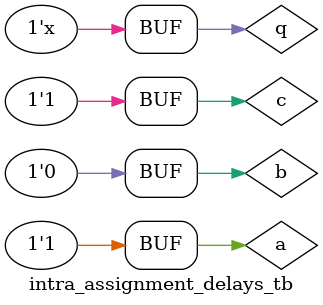
<source format=sv>
module intra_assignment_delays_tb;
  reg  a, b, c, q;

  initial begin
    $monitor("INTRA\t[%0t] a=%0b b=%0b c=%0b q=%0b", $time, a, b, c, q);
    a <= 0;
    b <= 0;
    c <= 0;
    q <= 0;
    #5 a <= 1; c <= 1;
    q <= #5 a & b | c;
    #20;
  end
endmodule
</source>
